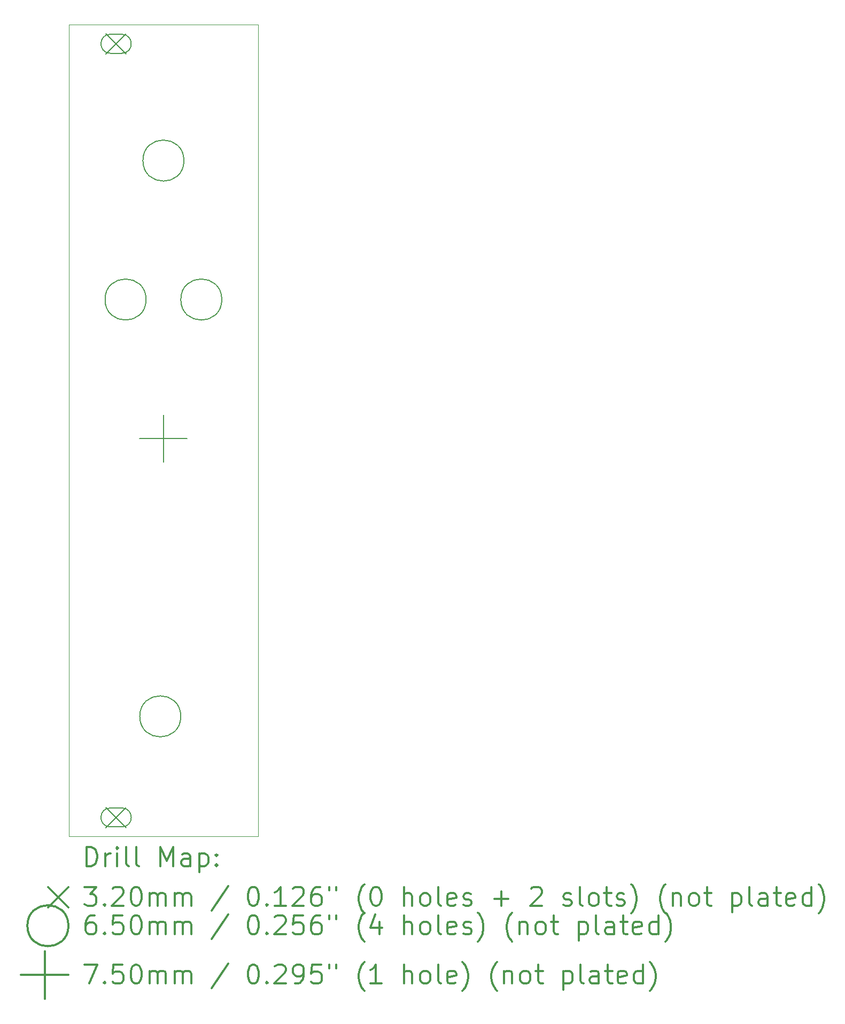
<source format=gbr>
%FSLAX45Y45*%
G04 Gerber Fmt 4.5, Leading zero omitted, Abs format (unit mm)*
G04 Created by KiCad (PCBNEW (5.0.0-rc2)) date Wed Jul  8 19:37:15 2020*
%MOMM*%
%LPD*%
G01*
G04 APERTURE LIST*
%ADD10C,0.100000*%
%ADD11C,0.200000*%
%ADD12C,0.300000*%
G04 APERTURE END LIST*
D10*
X0Y12850000D02*
X0Y0D01*
X3000000Y12850000D02*
X0Y12850000D01*
X3000000Y0D02*
X3000000Y12850000D01*
X0Y0D02*
X3000000Y0D01*
D11*
X590000Y12710000D02*
X910000Y12390000D01*
X910000Y12710000D02*
X590000Y12390000D01*
X660000Y12400000D02*
X840000Y12400000D01*
X660000Y12700000D02*
X840000Y12700000D01*
X840000Y12400000D02*
G75*
G03X840000Y12700000I0J150000D01*
G01*
X660000Y12700000D02*
G75*
G03X660000Y12400000I0J-150000D01*
G01*
X590000Y460000D02*
X910000Y140000D01*
X910000Y460000D02*
X590000Y140000D01*
X660000Y150000D02*
X840000Y150000D01*
X660000Y450000D02*
X840000Y450000D01*
X840000Y150000D02*
G75*
G03X840000Y450000I0J150000D01*
G01*
X660000Y450000D02*
G75*
G03X660000Y150000I0J-150000D01*
G01*
X2425000Y8500000D02*
G75*
G03X2425000Y8500000I-325000J0D01*
G01*
X1775000Y1900000D02*
G75*
G03X1775000Y1900000I-325000J0D01*
G01*
X1225000Y8500000D02*
G75*
G03X1225000Y8500000I-325000J0D01*
G01*
X1825000Y10700000D02*
G75*
G03X1825000Y10700000I-325000J0D01*
G01*
X1500000Y6675000D02*
X1500000Y5925000D01*
X1125000Y6300000D02*
X1875000Y6300000D01*
D12*
X281428Y-470714D02*
X281428Y-170714D01*
X352857Y-170714D01*
X395714Y-185000D01*
X424286Y-213571D01*
X438571Y-242143D01*
X452857Y-299286D01*
X452857Y-342143D01*
X438571Y-399286D01*
X424286Y-427857D01*
X395714Y-456429D01*
X352857Y-470714D01*
X281428Y-470714D01*
X581428Y-470714D02*
X581428Y-270714D01*
X581428Y-327857D02*
X595714Y-299286D01*
X610000Y-285000D01*
X638571Y-270714D01*
X667143Y-270714D01*
X767143Y-470714D02*
X767143Y-270714D01*
X767143Y-170714D02*
X752857Y-185000D01*
X767143Y-199286D01*
X781428Y-185000D01*
X767143Y-170714D01*
X767143Y-199286D01*
X952857Y-470714D02*
X924286Y-456429D01*
X910000Y-427857D01*
X910000Y-170714D01*
X1110000Y-470714D02*
X1081428Y-456429D01*
X1067143Y-427857D01*
X1067143Y-170714D01*
X1452857Y-470714D02*
X1452857Y-170714D01*
X1552857Y-385000D01*
X1652857Y-170714D01*
X1652857Y-470714D01*
X1924286Y-470714D02*
X1924286Y-313572D01*
X1910000Y-285000D01*
X1881428Y-270714D01*
X1824286Y-270714D01*
X1795714Y-285000D01*
X1924286Y-456429D02*
X1895714Y-470714D01*
X1824286Y-470714D01*
X1795714Y-456429D01*
X1781428Y-427857D01*
X1781428Y-399286D01*
X1795714Y-370714D01*
X1824286Y-356429D01*
X1895714Y-356429D01*
X1924286Y-342143D01*
X2067143Y-270714D02*
X2067143Y-570714D01*
X2067143Y-285000D02*
X2095714Y-270714D01*
X2152857Y-270714D01*
X2181428Y-285000D01*
X2195714Y-299286D01*
X2210000Y-327857D01*
X2210000Y-413571D01*
X2195714Y-442143D01*
X2181428Y-456429D01*
X2152857Y-470714D01*
X2095714Y-470714D01*
X2067143Y-456429D01*
X2338571Y-442143D02*
X2352857Y-456429D01*
X2338571Y-470714D01*
X2324286Y-456429D01*
X2338571Y-442143D01*
X2338571Y-470714D01*
X2338571Y-285000D02*
X2352857Y-299286D01*
X2338571Y-313572D01*
X2324286Y-299286D01*
X2338571Y-285000D01*
X2338571Y-313572D01*
X-325000Y-805000D02*
X-5000Y-1125000D01*
X-5000Y-805000D02*
X-325000Y-1125000D01*
X252857Y-800714D02*
X438571Y-800714D01*
X338571Y-915000D01*
X381428Y-915000D01*
X410000Y-929286D01*
X424286Y-943571D01*
X438571Y-972143D01*
X438571Y-1043571D01*
X424286Y-1072143D01*
X410000Y-1086429D01*
X381428Y-1100714D01*
X295714Y-1100714D01*
X267143Y-1086429D01*
X252857Y-1072143D01*
X567143Y-1072143D02*
X581428Y-1086429D01*
X567143Y-1100714D01*
X552857Y-1086429D01*
X567143Y-1072143D01*
X567143Y-1100714D01*
X695714Y-829286D02*
X710000Y-815000D01*
X738571Y-800714D01*
X810000Y-800714D01*
X838571Y-815000D01*
X852857Y-829286D01*
X867143Y-857857D01*
X867143Y-886429D01*
X852857Y-929286D01*
X681428Y-1100714D01*
X867143Y-1100714D01*
X1052857Y-800714D02*
X1081428Y-800714D01*
X1110000Y-815000D01*
X1124286Y-829286D01*
X1138571Y-857857D01*
X1152857Y-915000D01*
X1152857Y-986429D01*
X1138571Y-1043571D01*
X1124286Y-1072143D01*
X1110000Y-1086429D01*
X1081428Y-1100714D01*
X1052857Y-1100714D01*
X1024286Y-1086429D01*
X1010000Y-1072143D01*
X995714Y-1043571D01*
X981428Y-986429D01*
X981428Y-915000D01*
X995714Y-857857D01*
X1010000Y-829286D01*
X1024286Y-815000D01*
X1052857Y-800714D01*
X1281428Y-1100714D02*
X1281428Y-900714D01*
X1281428Y-929286D02*
X1295714Y-915000D01*
X1324286Y-900714D01*
X1367143Y-900714D01*
X1395714Y-915000D01*
X1410000Y-943571D01*
X1410000Y-1100714D01*
X1410000Y-943571D02*
X1424286Y-915000D01*
X1452857Y-900714D01*
X1495714Y-900714D01*
X1524286Y-915000D01*
X1538571Y-943571D01*
X1538571Y-1100714D01*
X1681428Y-1100714D02*
X1681428Y-900714D01*
X1681428Y-929286D02*
X1695714Y-915000D01*
X1724286Y-900714D01*
X1767143Y-900714D01*
X1795714Y-915000D01*
X1810000Y-943571D01*
X1810000Y-1100714D01*
X1810000Y-943571D02*
X1824286Y-915000D01*
X1852857Y-900714D01*
X1895714Y-900714D01*
X1924286Y-915000D01*
X1938571Y-943571D01*
X1938571Y-1100714D01*
X2524286Y-786429D02*
X2267143Y-1172143D01*
X2910000Y-800714D02*
X2938571Y-800714D01*
X2967143Y-815000D01*
X2981428Y-829286D01*
X2995714Y-857857D01*
X3010000Y-915000D01*
X3010000Y-986429D01*
X2995714Y-1043571D01*
X2981428Y-1072143D01*
X2967143Y-1086429D01*
X2938571Y-1100714D01*
X2910000Y-1100714D01*
X2881428Y-1086429D01*
X2867143Y-1072143D01*
X2852857Y-1043571D01*
X2838571Y-986429D01*
X2838571Y-915000D01*
X2852857Y-857857D01*
X2867143Y-829286D01*
X2881428Y-815000D01*
X2910000Y-800714D01*
X3138571Y-1072143D02*
X3152857Y-1086429D01*
X3138571Y-1100714D01*
X3124286Y-1086429D01*
X3138571Y-1072143D01*
X3138571Y-1100714D01*
X3438571Y-1100714D02*
X3267143Y-1100714D01*
X3352857Y-1100714D02*
X3352857Y-800714D01*
X3324286Y-843571D01*
X3295714Y-872143D01*
X3267143Y-886429D01*
X3552857Y-829286D02*
X3567143Y-815000D01*
X3595714Y-800714D01*
X3667143Y-800714D01*
X3695714Y-815000D01*
X3710000Y-829286D01*
X3724286Y-857857D01*
X3724286Y-886429D01*
X3710000Y-929286D01*
X3538571Y-1100714D01*
X3724286Y-1100714D01*
X3981428Y-800714D02*
X3924286Y-800714D01*
X3895714Y-815000D01*
X3881428Y-829286D01*
X3852857Y-872143D01*
X3838571Y-929286D01*
X3838571Y-1043571D01*
X3852857Y-1072143D01*
X3867143Y-1086429D01*
X3895714Y-1100714D01*
X3952857Y-1100714D01*
X3981428Y-1086429D01*
X3995714Y-1072143D01*
X4010000Y-1043571D01*
X4010000Y-972143D01*
X3995714Y-943571D01*
X3981428Y-929286D01*
X3952857Y-915000D01*
X3895714Y-915000D01*
X3867143Y-929286D01*
X3852857Y-943571D01*
X3838571Y-972143D01*
X4124286Y-800714D02*
X4124286Y-857857D01*
X4238571Y-800714D02*
X4238571Y-857857D01*
X4681428Y-1215000D02*
X4667143Y-1200714D01*
X4638571Y-1157857D01*
X4624286Y-1129286D01*
X4610000Y-1086429D01*
X4595714Y-1015000D01*
X4595714Y-957857D01*
X4610000Y-886429D01*
X4624286Y-843571D01*
X4638571Y-815000D01*
X4667143Y-772143D01*
X4681428Y-757857D01*
X4852857Y-800714D02*
X4881428Y-800714D01*
X4910000Y-815000D01*
X4924286Y-829286D01*
X4938571Y-857857D01*
X4952857Y-915000D01*
X4952857Y-986429D01*
X4938571Y-1043571D01*
X4924286Y-1072143D01*
X4910000Y-1086429D01*
X4881428Y-1100714D01*
X4852857Y-1100714D01*
X4824286Y-1086429D01*
X4810000Y-1072143D01*
X4795714Y-1043571D01*
X4781428Y-986429D01*
X4781428Y-915000D01*
X4795714Y-857857D01*
X4810000Y-829286D01*
X4824286Y-815000D01*
X4852857Y-800714D01*
X5310000Y-1100714D02*
X5310000Y-800714D01*
X5438571Y-1100714D02*
X5438571Y-943571D01*
X5424286Y-915000D01*
X5395714Y-900714D01*
X5352857Y-900714D01*
X5324286Y-915000D01*
X5310000Y-929286D01*
X5624286Y-1100714D02*
X5595714Y-1086429D01*
X5581428Y-1072143D01*
X5567143Y-1043571D01*
X5567143Y-957857D01*
X5581428Y-929286D01*
X5595714Y-915000D01*
X5624286Y-900714D01*
X5667143Y-900714D01*
X5695714Y-915000D01*
X5710000Y-929286D01*
X5724286Y-957857D01*
X5724286Y-1043571D01*
X5710000Y-1072143D01*
X5695714Y-1086429D01*
X5667143Y-1100714D01*
X5624286Y-1100714D01*
X5895714Y-1100714D02*
X5867143Y-1086429D01*
X5852857Y-1057857D01*
X5852857Y-800714D01*
X6124286Y-1086429D02*
X6095714Y-1100714D01*
X6038571Y-1100714D01*
X6010000Y-1086429D01*
X5995714Y-1057857D01*
X5995714Y-943571D01*
X6010000Y-915000D01*
X6038571Y-900714D01*
X6095714Y-900714D01*
X6124286Y-915000D01*
X6138571Y-943571D01*
X6138571Y-972143D01*
X5995714Y-1000714D01*
X6252857Y-1086429D02*
X6281428Y-1100714D01*
X6338571Y-1100714D01*
X6367143Y-1086429D01*
X6381428Y-1057857D01*
X6381428Y-1043571D01*
X6367143Y-1015000D01*
X6338571Y-1000714D01*
X6295714Y-1000714D01*
X6267143Y-986429D01*
X6252857Y-957857D01*
X6252857Y-943571D01*
X6267143Y-915000D01*
X6295714Y-900714D01*
X6338571Y-900714D01*
X6367143Y-915000D01*
X6738571Y-986429D02*
X6967143Y-986429D01*
X6852857Y-1100714D02*
X6852857Y-872143D01*
X7324286Y-829286D02*
X7338571Y-815000D01*
X7367143Y-800714D01*
X7438571Y-800714D01*
X7467143Y-815000D01*
X7481428Y-829286D01*
X7495714Y-857857D01*
X7495714Y-886429D01*
X7481428Y-929286D01*
X7310000Y-1100714D01*
X7495714Y-1100714D01*
X7838571Y-1086429D02*
X7867143Y-1100714D01*
X7924286Y-1100714D01*
X7952857Y-1086429D01*
X7967143Y-1057857D01*
X7967143Y-1043571D01*
X7952857Y-1015000D01*
X7924286Y-1000714D01*
X7881428Y-1000714D01*
X7852857Y-986429D01*
X7838571Y-957857D01*
X7838571Y-943571D01*
X7852857Y-915000D01*
X7881428Y-900714D01*
X7924286Y-900714D01*
X7952857Y-915000D01*
X8138571Y-1100714D02*
X8110000Y-1086429D01*
X8095714Y-1057857D01*
X8095714Y-800714D01*
X8295714Y-1100714D02*
X8267143Y-1086429D01*
X8252857Y-1072143D01*
X8238571Y-1043571D01*
X8238571Y-957857D01*
X8252857Y-929286D01*
X8267143Y-915000D01*
X8295714Y-900714D01*
X8338571Y-900714D01*
X8367143Y-915000D01*
X8381428Y-929286D01*
X8395714Y-957857D01*
X8395714Y-1043571D01*
X8381428Y-1072143D01*
X8367143Y-1086429D01*
X8338571Y-1100714D01*
X8295714Y-1100714D01*
X8481428Y-900714D02*
X8595714Y-900714D01*
X8524286Y-800714D02*
X8524286Y-1057857D01*
X8538571Y-1086429D01*
X8567143Y-1100714D01*
X8595714Y-1100714D01*
X8681428Y-1086429D02*
X8710000Y-1100714D01*
X8767143Y-1100714D01*
X8795714Y-1086429D01*
X8810000Y-1057857D01*
X8810000Y-1043571D01*
X8795714Y-1015000D01*
X8767143Y-1000714D01*
X8724286Y-1000714D01*
X8695714Y-986429D01*
X8681428Y-957857D01*
X8681428Y-943571D01*
X8695714Y-915000D01*
X8724286Y-900714D01*
X8767143Y-900714D01*
X8795714Y-915000D01*
X8910000Y-1215000D02*
X8924286Y-1200714D01*
X8952857Y-1157857D01*
X8967143Y-1129286D01*
X8981428Y-1086429D01*
X8995714Y-1015000D01*
X8995714Y-957857D01*
X8981428Y-886429D01*
X8967143Y-843571D01*
X8952857Y-815000D01*
X8924286Y-772143D01*
X8910000Y-757857D01*
X9452857Y-1215000D02*
X9438571Y-1200714D01*
X9410000Y-1157857D01*
X9395714Y-1129286D01*
X9381428Y-1086429D01*
X9367143Y-1015000D01*
X9367143Y-957857D01*
X9381428Y-886429D01*
X9395714Y-843571D01*
X9410000Y-815000D01*
X9438571Y-772143D01*
X9452857Y-757857D01*
X9567143Y-900714D02*
X9567143Y-1100714D01*
X9567143Y-929286D02*
X9581428Y-915000D01*
X9610000Y-900714D01*
X9652857Y-900714D01*
X9681428Y-915000D01*
X9695714Y-943571D01*
X9695714Y-1100714D01*
X9881428Y-1100714D02*
X9852857Y-1086429D01*
X9838571Y-1072143D01*
X9824286Y-1043571D01*
X9824286Y-957857D01*
X9838571Y-929286D01*
X9852857Y-915000D01*
X9881428Y-900714D01*
X9924286Y-900714D01*
X9952857Y-915000D01*
X9967143Y-929286D01*
X9981428Y-957857D01*
X9981428Y-1043571D01*
X9967143Y-1072143D01*
X9952857Y-1086429D01*
X9924286Y-1100714D01*
X9881428Y-1100714D01*
X10067143Y-900714D02*
X10181428Y-900714D01*
X10110000Y-800714D02*
X10110000Y-1057857D01*
X10124286Y-1086429D01*
X10152857Y-1100714D01*
X10181428Y-1100714D01*
X10510000Y-900714D02*
X10510000Y-1200714D01*
X10510000Y-915000D02*
X10538571Y-900714D01*
X10595714Y-900714D01*
X10624286Y-915000D01*
X10638571Y-929286D01*
X10652857Y-957857D01*
X10652857Y-1043571D01*
X10638571Y-1072143D01*
X10624286Y-1086429D01*
X10595714Y-1100714D01*
X10538571Y-1100714D01*
X10510000Y-1086429D01*
X10824286Y-1100714D02*
X10795714Y-1086429D01*
X10781428Y-1057857D01*
X10781428Y-800714D01*
X11067143Y-1100714D02*
X11067143Y-943571D01*
X11052857Y-915000D01*
X11024286Y-900714D01*
X10967143Y-900714D01*
X10938571Y-915000D01*
X11067143Y-1086429D02*
X11038571Y-1100714D01*
X10967143Y-1100714D01*
X10938571Y-1086429D01*
X10924286Y-1057857D01*
X10924286Y-1029286D01*
X10938571Y-1000714D01*
X10967143Y-986429D01*
X11038571Y-986429D01*
X11067143Y-972143D01*
X11167143Y-900714D02*
X11281428Y-900714D01*
X11210000Y-800714D02*
X11210000Y-1057857D01*
X11224286Y-1086429D01*
X11252857Y-1100714D01*
X11281428Y-1100714D01*
X11495714Y-1086429D02*
X11467143Y-1100714D01*
X11410000Y-1100714D01*
X11381428Y-1086429D01*
X11367143Y-1057857D01*
X11367143Y-943571D01*
X11381428Y-915000D01*
X11410000Y-900714D01*
X11467143Y-900714D01*
X11495714Y-915000D01*
X11510000Y-943571D01*
X11510000Y-972143D01*
X11367143Y-1000714D01*
X11767143Y-1100714D02*
X11767143Y-800714D01*
X11767143Y-1086429D02*
X11738571Y-1100714D01*
X11681428Y-1100714D01*
X11652857Y-1086429D01*
X11638571Y-1072143D01*
X11624286Y-1043571D01*
X11624286Y-957857D01*
X11638571Y-929286D01*
X11652857Y-915000D01*
X11681428Y-900714D01*
X11738571Y-900714D01*
X11767143Y-915000D01*
X11881428Y-1215000D02*
X11895714Y-1200714D01*
X11924286Y-1157857D01*
X11938571Y-1129286D01*
X11952857Y-1086429D01*
X11967143Y-1015000D01*
X11967143Y-957857D01*
X11952857Y-886429D01*
X11938571Y-843571D01*
X11924286Y-815000D01*
X11895714Y-772143D01*
X11881428Y-757857D01*
X-5000Y-1415000D02*
G75*
G03X-5000Y-1415000I-325000J0D01*
G01*
X410000Y-1250714D02*
X352857Y-1250714D01*
X324286Y-1265000D01*
X310000Y-1279286D01*
X281428Y-1322143D01*
X267143Y-1379286D01*
X267143Y-1493571D01*
X281428Y-1522143D01*
X295714Y-1536429D01*
X324286Y-1550714D01*
X381428Y-1550714D01*
X410000Y-1536429D01*
X424286Y-1522143D01*
X438571Y-1493571D01*
X438571Y-1422143D01*
X424286Y-1393572D01*
X410000Y-1379286D01*
X381428Y-1365000D01*
X324286Y-1365000D01*
X295714Y-1379286D01*
X281428Y-1393572D01*
X267143Y-1422143D01*
X567143Y-1522143D02*
X581428Y-1536429D01*
X567143Y-1550714D01*
X552857Y-1536429D01*
X567143Y-1522143D01*
X567143Y-1550714D01*
X852857Y-1250714D02*
X710000Y-1250714D01*
X695714Y-1393572D01*
X710000Y-1379286D01*
X738571Y-1365000D01*
X810000Y-1365000D01*
X838571Y-1379286D01*
X852857Y-1393572D01*
X867143Y-1422143D01*
X867143Y-1493571D01*
X852857Y-1522143D01*
X838571Y-1536429D01*
X810000Y-1550714D01*
X738571Y-1550714D01*
X710000Y-1536429D01*
X695714Y-1522143D01*
X1052857Y-1250714D02*
X1081428Y-1250714D01*
X1110000Y-1265000D01*
X1124286Y-1279286D01*
X1138571Y-1307857D01*
X1152857Y-1365000D01*
X1152857Y-1436429D01*
X1138571Y-1493571D01*
X1124286Y-1522143D01*
X1110000Y-1536429D01*
X1081428Y-1550714D01*
X1052857Y-1550714D01*
X1024286Y-1536429D01*
X1010000Y-1522143D01*
X995714Y-1493571D01*
X981428Y-1436429D01*
X981428Y-1365000D01*
X995714Y-1307857D01*
X1010000Y-1279286D01*
X1024286Y-1265000D01*
X1052857Y-1250714D01*
X1281428Y-1550714D02*
X1281428Y-1350714D01*
X1281428Y-1379286D02*
X1295714Y-1365000D01*
X1324286Y-1350714D01*
X1367143Y-1350714D01*
X1395714Y-1365000D01*
X1410000Y-1393572D01*
X1410000Y-1550714D01*
X1410000Y-1393572D02*
X1424286Y-1365000D01*
X1452857Y-1350714D01*
X1495714Y-1350714D01*
X1524286Y-1365000D01*
X1538571Y-1393572D01*
X1538571Y-1550714D01*
X1681428Y-1550714D02*
X1681428Y-1350714D01*
X1681428Y-1379286D02*
X1695714Y-1365000D01*
X1724286Y-1350714D01*
X1767143Y-1350714D01*
X1795714Y-1365000D01*
X1810000Y-1393572D01*
X1810000Y-1550714D01*
X1810000Y-1393572D02*
X1824286Y-1365000D01*
X1852857Y-1350714D01*
X1895714Y-1350714D01*
X1924286Y-1365000D01*
X1938571Y-1393572D01*
X1938571Y-1550714D01*
X2524286Y-1236429D02*
X2267143Y-1622143D01*
X2910000Y-1250714D02*
X2938571Y-1250714D01*
X2967143Y-1265000D01*
X2981428Y-1279286D01*
X2995714Y-1307857D01*
X3010000Y-1365000D01*
X3010000Y-1436429D01*
X2995714Y-1493571D01*
X2981428Y-1522143D01*
X2967143Y-1536429D01*
X2938571Y-1550714D01*
X2910000Y-1550714D01*
X2881428Y-1536429D01*
X2867143Y-1522143D01*
X2852857Y-1493571D01*
X2838571Y-1436429D01*
X2838571Y-1365000D01*
X2852857Y-1307857D01*
X2867143Y-1279286D01*
X2881428Y-1265000D01*
X2910000Y-1250714D01*
X3138571Y-1522143D02*
X3152857Y-1536429D01*
X3138571Y-1550714D01*
X3124286Y-1536429D01*
X3138571Y-1522143D01*
X3138571Y-1550714D01*
X3267143Y-1279286D02*
X3281428Y-1265000D01*
X3310000Y-1250714D01*
X3381428Y-1250714D01*
X3410000Y-1265000D01*
X3424286Y-1279286D01*
X3438571Y-1307857D01*
X3438571Y-1336429D01*
X3424286Y-1379286D01*
X3252857Y-1550714D01*
X3438571Y-1550714D01*
X3710000Y-1250714D02*
X3567143Y-1250714D01*
X3552857Y-1393572D01*
X3567143Y-1379286D01*
X3595714Y-1365000D01*
X3667143Y-1365000D01*
X3695714Y-1379286D01*
X3710000Y-1393572D01*
X3724286Y-1422143D01*
X3724286Y-1493571D01*
X3710000Y-1522143D01*
X3695714Y-1536429D01*
X3667143Y-1550714D01*
X3595714Y-1550714D01*
X3567143Y-1536429D01*
X3552857Y-1522143D01*
X3981428Y-1250714D02*
X3924286Y-1250714D01*
X3895714Y-1265000D01*
X3881428Y-1279286D01*
X3852857Y-1322143D01*
X3838571Y-1379286D01*
X3838571Y-1493571D01*
X3852857Y-1522143D01*
X3867143Y-1536429D01*
X3895714Y-1550714D01*
X3952857Y-1550714D01*
X3981428Y-1536429D01*
X3995714Y-1522143D01*
X4010000Y-1493571D01*
X4010000Y-1422143D01*
X3995714Y-1393572D01*
X3981428Y-1379286D01*
X3952857Y-1365000D01*
X3895714Y-1365000D01*
X3867143Y-1379286D01*
X3852857Y-1393572D01*
X3838571Y-1422143D01*
X4124286Y-1250714D02*
X4124286Y-1307857D01*
X4238571Y-1250714D02*
X4238571Y-1307857D01*
X4681428Y-1665000D02*
X4667143Y-1650714D01*
X4638571Y-1607857D01*
X4624286Y-1579286D01*
X4610000Y-1536429D01*
X4595714Y-1465000D01*
X4595714Y-1407857D01*
X4610000Y-1336429D01*
X4624286Y-1293572D01*
X4638571Y-1265000D01*
X4667143Y-1222143D01*
X4681428Y-1207857D01*
X4924286Y-1350714D02*
X4924286Y-1550714D01*
X4852857Y-1236429D02*
X4781428Y-1450714D01*
X4967143Y-1450714D01*
X5310000Y-1550714D02*
X5310000Y-1250714D01*
X5438571Y-1550714D02*
X5438571Y-1393572D01*
X5424286Y-1365000D01*
X5395714Y-1350714D01*
X5352857Y-1350714D01*
X5324286Y-1365000D01*
X5310000Y-1379286D01*
X5624286Y-1550714D02*
X5595714Y-1536429D01*
X5581428Y-1522143D01*
X5567143Y-1493571D01*
X5567143Y-1407857D01*
X5581428Y-1379286D01*
X5595714Y-1365000D01*
X5624286Y-1350714D01*
X5667143Y-1350714D01*
X5695714Y-1365000D01*
X5710000Y-1379286D01*
X5724286Y-1407857D01*
X5724286Y-1493571D01*
X5710000Y-1522143D01*
X5695714Y-1536429D01*
X5667143Y-1550714D01*
X5624286Y-1550714D01*
X5895714Y-1550714D02*
X5867143Y-1536429D01*
X5852857Y-1507857D01*
X5852857Y-1250714D01*
X6124286Y-1536429D02*
X6095714Y-1550714D01*
X6038571Y-1550714D01*
X6010000Y-1536429D01*
X5995714Y-1507857D01*
X5995714Y-1393572D01*
X6010000Y-1365000D01*
X6038571Y-1350714D01*
X6095714Y-1350714D01*
X6124286Y-1365000D01*
X6138571Y-1393572D01*
X6138571Y-1422143D01*
X5995714Y-1450714D01*
X6252857Y-1536429D02*
X6281428Y-1550714D01*
X6338571Y-1550714D01*
X6367143Y-1536429D01*
X6381428Y-1507857D01*
X6381428Y-1493571D01*
X6367143Y-1465000D01*
X6338571Y-1450714D01*
X6295714Y-1450714D01*
X6267143Y-1436429D01*
X6252857Y-1407857D01*
X6252857Y-1393572D01*
X6267143Y-1365000D01*
X6295714Y-1350714D01*
X6338571Y-1350714D01*
X6367143Y-1365000D01*
X6481428Y-1665000D02*
X6495714Y-1650714D01*
X6524286Y-1607857D01*
X6538571Y-1579286D01*
X6552857Y-1536429D01*
X6567143Y-1465000D01*
X6567143Y-1407857D01*
X6552857Y-1336429D01*
X6538571Y-1293572D01*
X6524286Y-1265000D01*
X6495714Y-1222143D01*
X6481428Y-1207857D01*
X7024286Y-1665000D02*
X7010000Y-1650714D01*
X6981428Y-1607857D01*
X6967143Y-1579286D01*
X6952857Y-1536429D01*
X6938571Y-1465000D01*
X6938571Y-1407857D01*
X6952857Y-1336429D01*
X6967143Y-1293572D01*
X6981428Y-1265000D01*
X7010000Y-1222143D01*
X7024286Y-1207857D01*
X7138571Y-1350714D02*
X7138571Y-1550714D01*
X7138571Y-1379286D02*
X7152857Y-1365000D01*
X7181428Y-1350714D01*
X7224286Y-1350714D01*
X7252857Y-1365000D01*
X7267143Y-1393572D01*
X7267143Y-1550714D01*
X7452857Y-1550714D02*
X7424286Y-1536429D01*
X7410000Y-1522143D01*
X7395714Y-1493571D01*
X7395714Y-1407857D01*
X7410000Y-1379286D01*
X7424286Y-1365000D01*
X7452857Y-1350714D01*
X7495714Y-1350714D01*
X7524286Y-1365000D01*
X7538571Y-1379286D01*
X7552857Y-1407857D01*
X7552857Y-1493571D01*
X7538571Y-1522143D01*
X7524286Y-1536429D01*
X7495714Y-1550714D01*
X7452857Y-1550714D01*
X7638571Y-1350714D02*
X7752857Y-1350714D01*
X7681428Y-1250714D02*
X7681428Y-1507857D01*
X7695714Y-1536429D01*
X7724286Y-1550714D01*
X7752857Y-1550714D01*
X8081428Y-1350714D02*
X8081428Y-1650714D01*
X8081428Y-1365000D02*
X8110000Y-1350714D01*
X8167143Y-1350714D01*
X8195714Y-1365000D01*
X8210000Y-1379286D01*
X8224286Y-1407857D01*
X8224286Y-1493571D01*
X8210000Y-1522143D01*
X8195714Y-1536429D01*
X8167143Y-1550714D01*
X8110000Y-1550714D01*
X8081428Y-1536429D01*
X8395714Y-1550714D02*
X8367143Y-1536429D01*
X8352857Y-1507857D01*
X8352857Y-1250714D01*
X8638571Y-1550714D02*
X8638571Y-1393572D01*
X8624286Y-1365000D01*
X8595714Y-1350714D01*
X8538571Y-1350714D01*
X8510000Y-1365000D01*
X8638571Y-1536429D02*
X8610000Y-1550714D01*
X8538571Y-1550714D01*
X8510000Y-1536429D01*
X8495714Y-1507857D01*
X8495714Y-1479286D01*
X8510000Y-1450714D01*
X8538571Y-1436429D01*
X8610000Y-1436429D01*
X8638571Y-1422143D01*
X8738571Y-1350714D02*
X8852857Y-1350714D01*
X8781428Y-1250714D02*
X8781428Y-1507857D01*
X8795714Y-1536429D01*
X8824286Y-1550714D01*
X8852857Y-1550714D01*
X9067143Y-1536429D02*
X9038571Y-1550714D01*
X8981428Y-1550714D01*
X8952857Y-1536429D01*
X8938571Y-1507857D01*
X8938571Y-1393572D01*
X8952857Y-1365000D01*
X8981428Y-1350714D01*
X9038571Y-1350714D01*
X9067143Y-1365000D01*
X9081428Y-1393572D01*
X9081428Y-1422143D01*
X8938571Y-1450714D01*
X9338571Y-1550714D02*
X9338571Y-1250714D01*
X9338571Y-1536429D02*
X9310000Y-1550714D01*
X9252857Y-1550714D01*
X9224286Y-1536429D01*
X9210000Y-1522143D01*
X9195714Y-1493571D01*
X9195714Y-1407857D01*
X9210000Y-1379286D01*
X9224286Y-1365000D01*
X9252857Y-1350714D01*
X9310000Y-1350714D01*
X9338571Y-1365000D01*
X9452857Y-1665000D02*
X9467143Y-1650714D01*
X9495714Y-1607857D01*
X9510000Y-1579286D01*
X9524286Y-1536429D01*
X9538571Y-1465000D01*
X9538571Y-1407857D01*
X9524286Y-1336429D01*
X9510000Y-1293572D01*
X9495714Y-1265000D01*
X9467143Y-1222143D01*
X9452857Y-1207857D01*
X-380000Y-1820000D02*
X-380000Y-2570000D01*
X-755000Y-2195000D02*
X-5000Y-2195000D01*
X252857Y-2030714D02*
X452857Y-2030714D01*
X324286Y-2330714D01*
X567143Y-2302143D02*
X581428Y-2316429D01*
X567143Y-2330714D01*
X552857Y-2316429D01*
X567143Y-2302143D01*
X567143Y-2330714D01*
X852857Y-2030714D02*
X710000Y-2030714D01*
X695714Y-2173572D01*
X710000Y-2159286D01*
X738571Y-2145000D01*
X810000Y-2145000D01*
X838571Y-2159286D01*
X852857Y-2173572D01*
X867143Y-2202143D01*
X867143Y-2273572D01*
X852857Y-2302143D01*
X838571Y-2316429D01*
X810000Y-2330714D01*
X738571Y-2330714D01*
X710000Y-2316429D01*
X695714Y-2302143D01*
X1052857Y-2030714D02*
X1081428Y-2030714D01*
X1110000Y-2045000D01*
X1124286Y-2059286D01*
X1138571Y-2087857D01*
X1152857Y-2145000D01*
X1152857Y-2216429D01*
X1138571Y-2273572D01*
X1124286Y-2302143D01*
X1110000Y-2316429D01*
X1081428Y-2330714D01*
X1052857Y-2330714D01*
X1024286Y-2316429D01*
X1010000Y-2302143D01*
X995714Y-2273572D01*
X981428Y-2216429D01*
X981428Y-2145000D01*
X995714Y-2087857D01*
X1010000Y-2059286D01*
X1024286Y-2045000D01*
X1052857Y-2030714D01*
X1281428Y-2330714D02*
X1281428Y-2130714D01*
X1281428Y-2159286D02*
X1295714Y-2145000D01*
X1324286Y-2130714D01*
X1367143Y-2130714D01*
X1395714Y-2145000D01*
X1410000Y-2173572D01*
X1410000Y-2330714D01*
X1410000Y-2173572D02*
X1424286Y-2145000D01*
X1452857Y-2130714D01*
X1495714Y-2130714D01*
X1524286Y-2145000D01*
X1538571Y-2173572D01*
X1538571Y-2330714D01*
X1681428Y-2330714D02*
X1681428Y-2130714D01*
X1681428Y-2159286D02*
X1695714Y-2145000D01*
X1724286Y-2130714D01*
X1767143Y-2130714D01*
X1795714Y-2145000D01*
X1810000Y-2173572D01*
X1810000Y-2330714D01*
X1810000Y-2173572D02*
X1824286Y-2145000D01*
X1852857Y-2130714D01*
X1895714Y-2130714D01*
X1924286Y-2145000D01*
X1938571Y-2173572D01*
X1938571Y-2330714D01*
X2524286Y-2016429D02*
X2267143Y-2402143D01*
X2910000Y-2030714D02*
X2938571Y-2030714D01*
X2967143Y-2045000D01*
X2981428Y-2059286D01*
X2995714Y-2087857D01*
X3010000Y-2145000D01*
X3010000Y-2216429D01*
X2995714Y-2273572D01*
X2981428Y-2302143D01*
X2967143Y-2316429D01*
X2938571Y-2330714D01*
X2910000Y-2330714D01*
X2881428Y-2316429D01*
X2867143Y-2302143D01*
X2852857Y-2273572D01*
X2838571Y-2216429D01*
X2838571Y-2145000D01*
X2852857Y-2087857D01*
X2867143Y-2059286D01*
X2881428Y-2045000D01*
X2910000Y-2030714D01*
X3138571Y-2302143D02*
X3152857Y-2316429D01*
X3138571Y-2330714D01*
X3124286Y-2316429D01*
X3138571Y-2302143D01*
X3138571Y-2330714D01*
X3267143Y-2059286D02*
X3281428Y-2045000D01*
X3310000Y-2030714D01*
X3381428Y-2030714D01*
X3410000Y-2045000D01*
X3424286Y-2059286D01*
X3438571Y-2087857D01*
X3438571Y-2116429D01*
X3424286Y-2159286D01*
X3252857Y-2330714D01*
X3438571Y-2330714D01*
X3581428Y-2330714D02*
X3638571Y-2330714D01*
X3667143Y-2316429D01*
X3681428Y-2302143D01*
X3710000Y-2259286D01*
X3724286Y-2202143D01*
X3724286Y-2087857D01*
X3710000Y-2059286D01*
X3695714Y-2045000D01*
X3667143Y-2030714D01*
X3610000Y-2030714D01*
X3581428Y-2045000D01*
X3567143Y-2059286D01*
X3552857Y-2087857D01*
X3552857Y-2159286D01*
X3567143Y-2187857D01*
X3581428Y-2202143D01*
X3610000Y-2216429D01*
X3667143Y-2216429D01*
X3695714Y-2202143D01*
X3710000Y-2187857D01*
X3724286Y-2159286D01*
X3995714Y-2030714D02*
X3852857Y-2030714D01*
X3838571Y-2173572D01*
X3852857Y-2159286D01*
X3881428Y-2145000D01*
X3952857Y-2145000D01*
X3981428Y-2159286D01*
X3995714Y-2173572D01*
X4010000Y-2202143D01*
X4010000Y-2273572D01*
X3995714Y-2302143D01*
X3981428Y-2316429D01*
X3952857Y-2330714D01*
X3881428Y-2330714D01*
X3852857Y-2316429D01*
X3838571Y-2302143D01*
X4124286Y-2030714D02*
X4124286Y-2087857D01*
X4238571Y-2030714D02*
X4238571Y-2087857D01*
X4681428Y-2445000D02*
X4667143Y-2430714D01*
X4638571Y-2387857D01*
X4624286Y-2359286D01*
X4610000Y-2316429D01*
X4595714Y-2245000D01*
X4595714Y-2187857D01*
X4610000Y-2116429D01*
X4624286Y-2073571D01*
X4638571Y-2045000D01*
X4667143Y-2002143D01*
X4681428Y-1987857D01*
X4952857Y-2330714D02*
X4781428Y-2330714D01*
X4867143Y-2330714D02*
X4867143Y-2030714D01*
X4838571Y-2073571D01*
X4810000Y-2102143D01*
X4781428Y-2116429D01*
X5310000Y-2330714D02*
X5310000Y-2030714D01*
X5438571Y-2330714D02*
X5438571Y-2173572D01*
X5424286Y-2145000D01*
X5395714Y-2130714D01*
X5352857Y-2130714D01*
X5324286Y-2145000D01*
X5310000Y-2159286D01*
X5624286Y-2330714D02*
X5595714Y-2316429D01*
X5581428Y-2302143D01*
X5567143Y-2273572D01*
X5567143Y-2187857D01*
X5581428Y-2159286D01*
X5595714Y-2145000D01*
X5624286Y-2130714D01*
X5667143Y-2130714D01*
X5695714Y-2145000D01*
X5710000Y-2159286D01*
X5724286Y-2187857D01*
X5724286Y-2273572D01*
X5710000Y-2302143D01*
X5695714Y-2316429D01*
X5667143Y-2330714D01*
X5624286Y-2330714D01*
X5895714Y-2330714D02*
X5867143Y-2316429D01*
X5852857Y-2287857D01*
X5852857Y-2030714D01*
X6124286Y-2316429D02*
X6095714Y-2330714D01*
X6038571Y-2330714D01*
X6010000Y-2316429D01*
X5995714Y-2287857D01*
X5995714Y-2173572D01*
X6010000Y-2145000D01*
X6038571Y-2130714D01*
X6095714Y-2130714D01*
X6124286Y-2145000D01*
X6138571Y-2173572D01*
X6138571Y-2202143D01*
X5995714Y-2230714D01*
X6238571Y-2445000D02*
X6252857Y-2430714D01*
X6281428Y-2387857D01*
X6295714Y-2359286D01*
X6310000Y-2316429D01*
X6324286Y-2245000D01*
X6324286Y-2187857D01*
X6310000Y-2116429D01*
X6295714Y-2073571D01*
X6281428Y-2045000D01*
X6252857Y-2002143D01*
X6238571Y-1987857D01*
X6781428Y-2445000D02*
X6767143Y-2430714D01*
X6738571Y-2387857D01*
X6724286Y-2359286D01*
X6710000Y-2316429D01*
X6695714Y-2245000D01*
X6695714Y-2187857D01*
X6710000Y-2116429D01*
X6724286Y-2073571D01*
X6738571Y-2045000D01*
X6767143Y-2002143D01*
X6781428Y-1987857D01*
X6895714Y-2130714D02*
X6895714Y-2330714D01*
X6895714Y-2159286D02*
X6910000Y-2145000D01*
X6938571Y-2130714D01*
X6981428Y-2130714D01*
X7010000Y-2145000D01*
X7024286Y-2173572D01*
X7024286Y-2330714D01*
X7210000Y-2330714D02*
X7181428Y-2316429D01*
X7167143Y-2302143D01*
X7152857Y-2273572D01*
X7152857Y-2187857D01*
X7167143Y-2159286D01*
X7181428Y-2145000D01*
X7210000Y-2130714D01*
X7252857Y-2130714D01*
X7281428Y-2145000D01*
X7295714Y-2159286D01*
X7310000Y-2187857D01*
X7310000Y-2273572D01*
X7295714Y-2302143D01*
X7281428Y-2316429D01*
X7252857Y-2330714D01*
X7210000Y-2330714D01*
X7395714Y-2130714D02*
X7510000Y-2130714D01*
X7438571Y-2030714D02*
X7438571Y-2287857D01*
X7452857Y-2316429D01*
X7481428Y-2330714D01*
X7510000Y-2330714D01*
X7838571Y-2130714D02*
X7838571Y-2430714D01*
X7838571Y-2145000D02*
X7867143Y-2130714D01*
X7924286Y-2130714D01*
X7952857Y-2145000D01*
X7967143Y-2159286D01*
X7981428Y-2187857D01*
X7981428Y-2273572D01*
X7967143Y-2302143D01*
X7952857Y-2316429D01*
X7924286Y-2330714D01*
X7867143Y-2330714D01*
X7838571Y-2316429D01*
X8152857Y-2330714D02*
X8124286Y-2316429D01*
X8110000Y-2287857D01*
X8110000Y-2030714D01*
X8395714Y-2330714D02*
X8395714Y-2173572D01*
X8381428Y-2145000D01*
X8352857Y-2130714D01*
X8295714Y-2130714D01*
X8267143Y-2145000D01*
X8395714Y-2316429D02*
X8367143Y-2330714D01*
X8295714Y-2330714D01*
X8267143Y-2316429D01*
X8252857Y-2287857D01*
X8252857Y-2259286D01*
X8267143Y-2230714D01*
X8295714Y-2216429D01*
X8367143Y-2216429D01*
X8395714Y-2202143D01*
X8495714Y-2130714D02*
X8610000Y-2130714D01*
X8538571Y-2030714D02*
X8538571Y-2287857D01*
X8552857Y-2316429D01*
X8581428Y-2330714D01*
X8610000Y-2330714D01*
X8824286Y-2316429D02*
X8795714Y-2330714D01*
X8738571Y-2330714D01*
X8710000Y-2316429D01*
X8695714Y-2287857D01*
X8695714Y-2173572D01*
X8710000Y-2145000D01*
X8738571Y-2130714D01*
X8795714Y-2130714D01*
X8824286Y-2145000D01*
X8838571Y-2173572D01*
X8838571Y-2202143D01*
X8695714Y-2230714D01*
X9095714Y-2330714D02*
X9095714Y-2030714D01*
X9095714Y-2316429D02*
X9067143Y-2330714D01*
X9010000Y-2330714D01*
X8981428Y-2316429D01*
X8967143Y-2302143D01*
X8952857Y-2273572D01*
X8952857Y-2187857D01*
X8967143Y-2159286D01*
X8981428Y-2145000D01*
X9010000Y-2130714D01*
X9067143Y-2130714D01*
X9095714Y-2145000D01*
X9210000Y-2445000D02*
X9224286Y-2430714D01*
X9252857Y-2387857D01*
X9267143Y-2359286D01*
X9281428Y-2316429D01*
X9295714Y-2245000D01*
X9295714Y-2187857D01*
X9281428Y-2116429D01*
X9267143Y-2073571D01*
X9252857Y-2045000D01*
X9224286Y-2002143D01*
X9210000Y-1987857D01*
M02*

</source>
